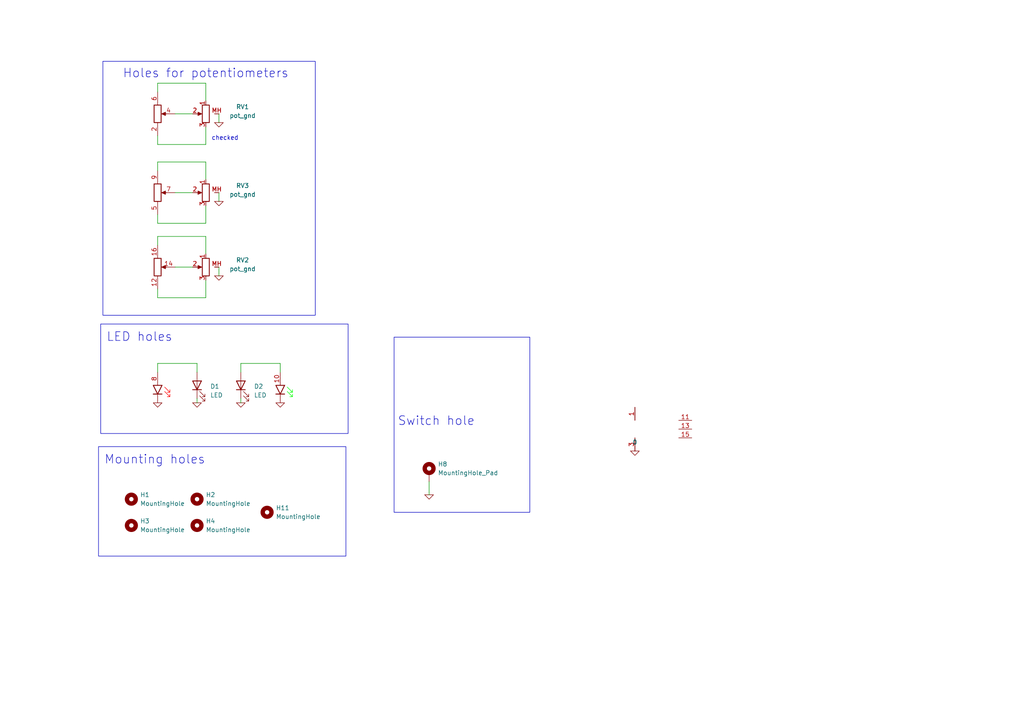
<source format=kicad_sch>
(kicad_sch (version 20250114) (generator "eeschema") (generator_version "9.0")
  (paper "A4")
  (lib_symbols
    (symbol "Device:LED" (pin_numbers (hide yes)) (pin_names (offset 1.016) (hide yes))
      (property "Reference" "D" (at 0 2.54 0))
      (property "Value" "LED" (at 0 -2.54 0))
      (symbol "LED_0_1"
        (polyline (pts (xy -3.048 -0.762) (xy -4.572 -2.286) (xy -3.81 -2.286) (xy -4.572 -2.286) (xy -4.572 -1.524)))
        (polyline (pts (xy -1.778 -0.762) (xy -3.302 -2.286) (xy -2.54 -2.286) (xy -3.302 -2.286) (xy -3.302 -1.524)))
        (polyline (pts (xy -1.27 0) (xy 1.27 0)))
        (polyline (pts (xy -1.27 -1.27) (xy -1.27 1.27)) (stroke (width 0.254)))
        (polyline (pts (xy 1.27 -1.27) (xy 1.27 1.27) (xy -1.27 0) (xy 1.27 -1.27)) (stroke (width 0.254)))
      )
      (symbol "LED_1_1"
        (pin passive line (at -3.81 0 0) (length 2.54) (name "K") (number "1"))
        (pin passive line (at 3.81 0 180) (length 2.54) (name "A") (number "2"))
      )
    )
    (symbol "Mechanical:MountingHole" (pin_names (offset 1.016)) (exclude_from_sim yes) (in_bom no)
      (property "Reference" "H" (at 0 5.08 0))
      (property "Value" "MountingHole" (at 0 3.175 0))
      (symbol "MountingHole_0_1"
        (circle (center 0 0) (radius 1.27) (stroke (width 1.27)))
      )
    )
    (symbol "Mechanical:MountingHole_Pad" (pin_numbers (hide yes)) (pin_names (offset 1.016) (hide yes)) (exclude_from_sim yes) (in_bom no)
      (property "Reference" "H" (at 0 6.35 0))
      (property "Value" "MountingHole_Pad" (at 0 4.445 0))
      (symbol "MountingHole_Pad_0_1"
        (circle (center 0 1.27) (radius 1.27) (stroke (width 1.27)))
      )
      (symbol "MountingHole_Pad_1_1"
        (pin input line (at 0 -2.54 90) (length 2.54) (name "1") (number "1"))
      )
    )
    (symbol "Simulation_SPICE:0" (power) (pin_numbers (hide yes)) (pin_names (offset 0) (hide yes))
      (property "Value" "0" (at 0 -2.54 0))
      (symbol "0_0_1"
        (polyline (pts (xy -1.27 0) (xy 0 -1.27) (xy 1.27 0) (xy -1.27 0)))
      )
      (symbol "0_1_1"
        (pin power_in line (at 0 0 0) (length 0) (name "~") (number "1"))
      )
    )
    (symbol "pedale:pot_gnd" (pin_names (offset 1.016) (hide yes))
      (property "Reference" "RV" (at 3.302 3.302 0))
      (property "Value" "pot_gnd" (at 9.652 -2.286 0))
      (symbol "pot_gnd_0_1"
        (rectangle (start 1.016 2.54) (end -1.016 -2.54) (stroke (width 0.254)))
        (polyline (pts (xy 1.143 0) (xy 2.286 0.508) (xy 2.286 -0.508) (xy 1.143 0)) (fill (type outline)))
        (polyline (pts (xy 2.54 0) (xy 1.524 0)))
      )
      (symbol "pot_gnd_1_1"
        (pin passive line (at -3.81 0 0) (length 1.27) (name "2") (number "MH"))
        (pin passive line (at 0 3.81 270) (length 1.27) (name "1") (number "1"))
        (pin passive line (at 0 -3.81 90) (length 1.27) (name "3") (number "3"))
        (pin passive line (at 3.81 0 180) (length 1.27) (name "2") (number "2"))
      )
    )
    (symbol "pedale:top_panel_connector" (pin_names (offset 1.016) (hide yes))
      (symbol "top_panel_connector_1_1"
        (rectangle (start 1.016 2.54) (end -1.016 -2.54) (stroke (width 0.254)))
        (polyline (pts (xy 1.143 0) (xy 2.286 0.508) (xy 2.286 -0.508) (xy 1.143 0)) (fill (type outline)))
        (polyline (pts (xy 2.54 0) (xy 1.524 0)))
        (pin passive line (at 0 6.35 270) (length 3.81) (name "Pin_2") (number "2"))
        (pin passive line (at 0 -6.35 90) (length 3.81) (name "Pin_6") (number "6"))
        (pin passive line (at 5.08 0 180) (length 3.81) (name "Pin_4") (number "4"))
      )
      (symbol "top_panel_connector_2_1"
        (rectangle (start 1.016 2.54) (end -1.016 -2.54) (stroke (width 0.254)))
        (polyline (pts (xy 1.143 0) (xy 2.286 0.508) (xy 2.286 -0.508) (xy 1.143 0)) (fill (type outline)))
        (polyline (pts (xy 2.54 0) (xy 1.524 0)))
        (pin passive line (at 0 6.35 270) (length 3.81) (name "Pin_5") (number "5"))
        (pin passive line (at 0 -6.35 90) (length 3.81) (name "Pin_9") (number "9"))
        (pin passive line (at 5.08 0 180) (length 3.81) (name "Pin_7") (number "7"))
      )
      (symbol "top_panel_connector_3_1"
        (rectangle (start 1.016 2.54) (end -1.016 -2.54) (stroke (width 0.254)))
        (polyline (pts (xy 1.143 0) (xy 2.286 0.508) (xy 2.286 -0.508) (xy 1.143 0)) (fill (type outline)))
        (polyline (pts (xy 2.54 0) (xy 1.524 0)))
        (pin passive line (at 0 6.35 270) (length 3.81) (name "Pin_12") (number "12"))
        (pin passive line (at 0 -6.35 90) (length 3.81) (name "Pin_16") (number "16"))
        (pin passive line (at 5.08 0 180) (length 3.81) (name "Pin_14") (number "14"))
      )
      (symbol "top_panel_connector_4_1"
        (polyline (pts (xy 0 -1.27) (xy 0 -3.81) (xy 1.27 -3.81) (xy 0 -5.08) (xy -1.27 -3.81) (xy 0 -3.81)))
        (polyline (pts (xy 1.27 1.27) (xy -1.27 1.27) (xy 0 -1.27) (xy 1.27 1.27)) (stroke (width 0.254)))
        (polyline (pts (xy 1.27 -1.27) (xy -1.27 -1.27)) (stroke (width 0.254)))
        (polyline (pts (xy 2.032 0.762) (xy 3.556 -0.762) (xy 3.556 0) (xy 3.556 -0.762) (xy 2.794 -0.762)) (stroke (width 0) (color 255 0 0 1)))
        (polyline (pts (xy 2.032 -0.508) (xy 3.556 -2.032) (xy 3.556 -1.27) (xy 3.556 -2.032) (xy 2.794 -2.032)) (stroke (width 0) (color 255 0 0 1)))
        (pin passive line (at 0 5.08 270) (length 3.81) (name "Pin_8") (number "8"))
      )
      (symbol "top_panel_connector_5_1"
        (polyline (pts (xy 0 -1.27) (xy 0 -3.81) (xy 1.27 -3.81) (xy 0 -5.08) (xy -1.27 -3.81) (xy 0 -3.81)))
        (polyline (pts (xy 1.27 1.27) (xy -1.27 1.27) (xy 0 -1.27) (xy 1.27 1.27)) (stroke (width 0.254)))
        (polyline (pts (xy 1.27 -1.27) (xy -1.27 -1.27)) (stroke (width 0.254)))
        (polyline (pts (xy 2.032 0.762) (xy 3.556 -0.762) (xy 3.556 0) (xy 3.556 -0.762) (xy 2.794 -0.762)) (stroke (width 0) (color 0 255 0 1)))
        (polyline (pts (xy 2.032 -0.508) (xy 3.556 -2.032) (xy 3.556 -1.27) (xy 3.556 -2.032) (xy 2.794 -2.032)) (stroke (width 0) (color 0 255 0 1)))
        (pin passive line (at 0 5.08 270) (length 3.81) (name "Pin_10") (number "10"))
      )
      (symbol "top_panel_connector_6_1"
        (pin passive line (at 0 12.7 270) (length 3.81) (name "VCC") (number "1"))
        (pin passive line (at 0 0 90) (length 3.81) (name "GND") (number "3"))
      )
      (symbol "top_panel_connector_7_1"
        (pin passive line (at 0 5.08 0) (length 3.81) (name "Pin_11") (number "11"))
        (pin passive line (at 0 2.54 0) (length 3.81) (name "Pin_13") (number "13"))
        (pin passive line (at 0 0 0) (length 3.81) (name "Pin_15") (number "15"))
      )
    )
  )
  (rectangle (start 29.21 93.98) (end 100.965 125.73))
  (rectangle (start 114.3 97.79) (end 153.67 148.59))
  (rectangle (start 29.845 17.78) (end 91.44 91.44))
  (rectangle (start 28.575 129.54) (end 100.33 161.29))
  (text "Holes for potentiometers\n" (at 35.56 22.86 0) (effects (font (size 2.54 2.54)) (justify left bottom)))
  (text "checked\n" (at 65.278 40.132 0) (effects (font (size 1.27 1.27))))
  (text "LED holes\n" (at 30.861 99.314 0) (effects (font (size 2.54 2.54)) (justify left bottom)))
  (text "Mounting holes\n" (at 30.226 134.874 0) (effects (font (size 2.54 2.54)) (justify left bottom)))
  (text "Switch hole" (at 115.316 123.698 0) (effects (font (size 2.54 2.54)) (justify left bottom)))
  (wire (pts (xy 57.15 116.84) (xy 57.15 115.57)))
  (wire (pts (xy 45.72 107.95) (xy 45.72 105.41)))
  (wire (pts (xy 57.15 105.41) (xy 57.15 107.95)))
  (wire (pts (xy 59.69 24.13) (xy 45.72 24.13)))
  (wire (pts (xy 59.69 86.36) (xy 45.72 86.36)))
  (wire (pts (xy 45.72 24.13) (xy 45.72 26.67)))
  (wire (pts (xy 63.5 58.42) (xy 63.5 55.88)))
  (wire (pts (xy 59.69 46.99) (xy 59.69 52.07)))
  (wire (pts (xy 124.46 139.7) (xy 124.46 143.51)))
  (wire (pts (xy 63.5 80.01) (xy 63.5 77.47)))
  (wire (pts (xy 59.69 81.28) (xy 59.69 86.36)))
  (wire (pts (xy 59.69 59.69) (xy 59.69 64.77)))
  (wire (pts (xy 59.69 64.77) (xy 45.72 64.77)))
  (wire (pts (xy 59.69 29.21) (xy 59.69 24.13)))
  (wire (pts (xy 59.69 46.99) (xy 45.72 46.99)))
  (wire (pts (xy 81.28 105.41) (xy 69.85 105.41)))
  (wire (pts (xy 45.72 86.36) (xy 45.72 83.82)))
  (wire (pts (xy 45.72 41.91) (xy 45.72 39.37)))
  (wire (pts (xy 81.28 107.95) (xy 81.28 105.41)))
  (wire (pts (xy 59.69 36.83) (xy 59.69 41.91)))
  (wire (pts (xy 50.8 55.88) (xy 55.88 55.88)))
  (wire (pts (xy 63.5 35.56) (xy 63.5 33.02)))
  (wire (pts (xy 59.69 41.91) (xy 45.72 41.91)))
  (wire (pts (xy 69.85 116.84) (xy 69.85 115.57)))
  (wire (pts (xy 50.8 77.47) (xy 55.88 77.47)))
  (wire (pts (xy 45.72 46.99) (xy 45.72 49.53)))
  (wire (pts (xy 59.69 73.66) (xy 59.69 68.58)))
  (wire (pts (xy 50.8 33.02) (xy 55.88 33.02)))
  (wire (pts (xy 45.72 68.58) (xy 45.72 71.12)))
  (wire (pts (xy 59.69 68.58) (xy 45.72 68.58)))
  (wire (pts (xy 69.85 105.41) (xy 69.85 107.95)))
  (wire (pts (xy 45.72 105.41) (xy 57.15 105.41)))
  (wire (pts (xy 45.72 64.77) (xy 45.72 62.23)))
  (symbol (lib_id "Mechanical:MountingHole") (at 38.1 152.4 0) (unit 1)
    (property "Reference" "H3" (at 40.64 151.13 0) (effects (justify left)))
    (property "Value" "MountingHole" (at 40.64 153.67 0) (effects (justify left)))
    (property "Footprint" "MountingHole:MountingHole_3.2mm_M3_DIN965_Pad_TopBottom" (effects (hide yes)))
    (property "Description" "Mounting Hole without connection" (effects (hide yes)))
  )
  (symbol (lib_id "pedale:top_panel_connector") (at 45.72 55.88 0) (mirror x) (unit 2)
    (property "Reference" "J1" (effects (hide yes)))
    (property "Value" "top_panel_connector" (effects (hide yes)))
    (property "Footprint" "Connector_IDC:IDC-Header_2x08_P2.54mm_Vertical" (effects (hide yes)))
  )
  (symbol (lib_id "Simulation_SPICE:0") (at 63.5 58.42 0) (unit 1)
    (property "Reference" "#GND08" (effects (hide yes)))
    (property "Value" "0" (effects (hide yes)))
    (property "Datasheet" "https://ngspice.sourceforge.io/docs/ngspice-html-manual/manual.xhtml#subsec_Circuit_elements__device" (effects (hide yes)))
    (property "Description" "0V reference potential for simulation" (effects (hide yes)))
  )
  (symbol (lib_id "pedale:top_panel_connector") (at 184.15 130.81 0) (unit 6)
    (property "Reference" "J1" (effects (hide yes)))
    (property "Value" "top_panel_connector" (effects (hide yes)))
    (property "Footprint" "Connector_IDC:IDC-Header_2x08_P2.54mm_Vertical" (effects (hide yes)))
  )
  (symbol (lib_id "Simulation_SPICE:0") (at 124.46 143.51 0) (unit 1)
    (property "Reference" "#GND04" (effects (hide yes)))
    (property "Value" "0" (effects (hide yes)))
    (property "Datasheet" "https://ngspice.sourceforge.io/docs/ngspice-html-manual/manual.xhtml#subsec_Circuit_elements__device" (effects (hide yes)))
    (property "Description" "0V reference potential for simulation" (effects (hide yes)))
  )
  (symbol (lib_id "Mechanical:MountingHole") (at 57.15 144.78 0) (unit 1)
    (property "Reference" "H2" (at 59.69 143.51 0) (effects (justify left)))
    (property "Value" "MountingHole" (at 59.69 146.05 0) (effects (justify left)))
    (property "Footprint" "MountingHole:MountingHole_3.2mm_M3_DIN965_Pad_TopBottom" (effects (hide yes)))
    (property "Description" "Mounting Hole without connection" (effects (hide yes)))
  )
  (symbol (lib_id "Simulation_SPICE:0") (at 69.85 116.84 0) (unit 1)
    (property "Reference" "#GND06" (effects (hide yes)))
    (property "Value" "0" (effects (hide yes)))
    (property "Datasheet" "https://ngspice.sourceforge.io/docs/ngspice-html-manual/manual.xhtml#subsec_Circuit_elements__device" (effects (hide yes)))
    (property "Description" "0V reference potential for simulation" (effects (hide yes)))
  )
  (symbol (lib_id "Simulation_SPICE:0") (at 63.5 35.56 0) (unit 1)
    (property "Reference" "#GND09" (effects (hide yes)))
    (property "Value" "0" (effects (hide yes)))
    (property "Datasheet" "https://ngspice.sourceforge.io/docs/ngspice-html-manual/manual.xhtml#subsec_Circuit_elements__device" (effects (hide yes)))
    (property "Description" "0V reference potential for simulation" (effects (hide yes)))
  )
  (symbol (lib_id "Device:LED") (at 57.15 111.76 90) (unit 1)
    (property "Reference" "D1" (at 60.96 112.0774 90) (effects (justify right)))
    (property "Value" "LED" (at 60.96 114.6174 90) (effects (justify right)))
    (property "Footprint" "pedale:red_led" (effects (hide yes)))
    (property "Description" "Light emitting diode" (effects (hide yes)))
    (property "Sim.Pins" "1=K 2=A" (effects (hide yes)))
  )
  (symbol (lib_id "pedale:top_panel_connector") (at 81.28 113.03 0) (unit 5)
    (property "Reference" "J1" (effects (hide yes)))
    (property "Value" "top_panel_connector" (effects (hide yes)))
    (property "Footprint" "Connector_IDC:IDC-Header_2x08_P2.54mm_Vertical" (effects (hide yes)))
  )
  (symbol (lib_id "Mechanical:MountingHole") (at 38.1 144.78 0) (unit 1)
    (property "Reference" "H1" (at 40.64 143.51 0) (effects (justify left)))
    (property "Value" "MountingHole" (at 40.64 146.05 0) (effects (justify left)))
    (property "Footprint" "MountingHole:MountingHole_3.2mm_M3_DIN965_Pad_TopBottom" (effects (hide yes)))
    (property "Description" "Mounting Hole without connection" (effects (hide yes)))
  )
  (symbol (lib_id "pedale:pot_gnd") (at 59.69 77.47 0) (mirror y) (unit 1)
    (property "Reference" "RV2" (at 70.358 75.438 0))
    (property "Value" "pot_gnd" (at 70.358 77.978 0))
    (property "Footprint" "pedale:top_plate_pot" (effects (hide yes)))
    (property "Description" "Potentiometer" (effects (hide yes)))
  )
  (symbol (lib_id "Simulation_SPICE:0") (at 184.15 130.81 0) (unit 1)
    (property "Reference" "#GND01" (effects (hide yes)))
    (property "Value" "0" (at 184.15 128.27 0))
    (property "Datasheet" "https://ngspice.sourceforge.io/docs/ngspice-html-manual/manual.xhtml#subsec_Circuit_elements__device" (effects (hide yes)))
    (property "Description" "0V reference potential for simulation" (effects (hide yes)))
  )
  (symbol (lib_id "pedale:top_panel_connector") (at 45.72 33.02 0) (mirror x) (unit 1)
    (property "Reference" "J1" (effects (hide yes)))
    (property "Value" "top_panel_connector" (effects (hide yes)))
    (property "Footprint" "Connector_IDC:IDC-Header_2x08_P2.54mm_Vertical" (effects (hide yes)))
  )
  (symbol (lib_id "Device:LED") (at 69.85 111.76 90) (unit 1)
    (property "Reference" "D2" (at 73.66 112.0774 90) (effects (justify right)))
    (property "Value" "LED" (at 73.66 114.6174 90) (effects (justify right)))
    (property "Footprint" "pedale:green_led" (effects (hide yes)))
    (property "Description" "Light emitting diode" (effects (hide yes)))
    (property "Sim.Pins" "1=K 2=A" (effects (hide yes)))
  )
  (symbol (lib_id "Simulation_SPICE:0") (at 57.15 116.84 0) (unit 1)
    (property "Reference" "#GND05" (effects (hide yes)))
    (property "Value" "0" (effects (hide yes)))
    (property "Datasheet" "https://ngspice.sourceforge.io/docs/ngspice-html-manual/manual.xhtml#subsec_Circuit_elements__device" (effects (hide yes)))
    (property "Description" "0V reference potential for simulation" (effects (hide yes)))
  )
  (symbol (lib_id "Mechanical:MountingHole") (at 57.15 152.4 0) (unit 1)
    (property "Reference" "H4" (at 59.69 151.13 0) (effects (justify left)))
    (property "Value" "MountingHole" (at 59.69 153.67 0) (effects (justify left)))
    (property "Footprint" "MountingHole:MountingHole_3.2mm_M3_DIN965_Pad_TopBottom" (effects (hide yes)))
    (property "Description" "Mounting Hole without connection" (effects (hide yes)))
  )
  (symbol (lib_id "pedale:top_panel_connector") (at 45.72 113.03 0) (unit 4)
    (property "Reference" "J1" (effects (hide yes)))
    (property "Value" "top_panel_connector" (effects (hide yes)))
    (property "Footprint" "Connector_IDC:IDC-Header_2x08_P2.54mm_Vertical" (effects (hide yes)))
  )
  (symbol (lib_id "pedale:pot_gnd") (at 59.69 55.88 0) (mirror y) (unit 1)
    (property "Reference" "RV3" (at 70.358 53.848 0))
    (property "Value" "pot_gnd" (at 70.358 56.388 0))
    (property "Footprint" "pedale:top_plate_pot" (effects (hide yes)))
    (property "Description" "Potentiometer" (effects (hide yes)))
  )
  (symbol (lib_id "Simulation_SPICE:0") (at 63.5 80.01 0) (unit 1)
    (property "Reference" "#GND07" (effects (hide yes)))
    (property "Value" "0" (effects (hide yes)))
    (property "Datasheet" "https://ngspice.sourceforge.io/docs/ngspice-html-manual/manual.xhtml#subsec_Circuit_elements__device" (effects (hide yes)))
    (property "Description" "0V reference potential for simulation" (effects (hide yes)))
  )
  (symbol (lib_id "pedale:top_panel_connector") (at 196.85 127 0) (unit 7)
    (property "Reference" "J1" (effects (hide yes)))
    (property "Value" "top_panel_connector" (effects (hide yes)))
    (property "Footprint" "Connector_IDC:IDC-Header_2x08_P2.54mm_Vertical" (effects (hide yes)))
  )
  (symbol (lib_id "Mechanical:MountingHole_Pad") (at 124.46 137.16 0) (unit 1) (in_bom no)
    (property "Reference" "H8" (at 127 134.6199 0) (effects (justify left)))
    (property "Value" "MountingHole_Pad" (at 127 137.1599 0) (effects (justify left)))
    (property "Footprint" "pedale:plated_switch_hole" (effects (hide yes)))
    (property "Description" "Mounting Hole with connection" (effects (hide yes)))
  )
  (symbol (lib_id "Mechanical:MountingHole") (at 77.47 148.59 0) (unit 1)
    (property "Reference" "H11" (at 80.01 147.32 0) (effects (justify left)))
    (property "Value" "MountingHole" (at 80.01 149.86 0) (effects (justify left)))
    (property "Footprint" "MountingHole:MountingHole_3.2mm_M3_DIN965_Pad_TopBottom" (effects (hide yes)))
    (property "Description" "Mounting Hole without connection" (effects (hide yes)))
  )
  (symbol (lib_id "pedale:pot_gnd") (at 59.69 33.02 0) (mirror y) (unit 1)
    (property "Reference" "RV1" (at 70.358 30.988 0))
    (property "Value" "pot_gnd" (at 70.358 33.528 0))
    (property "Footprint" "pedale:top_plate_pot" (effects (hide yes)))
    (property "Description" "Potentiometer" (effects (hide yes)))
  )
  (symbol (lib_id "pedale:top_panel_connector") (at 45.72 77.47 0) (mirror x) (unit 3)
    (property "Reference" "J1" (effects (hide yes)))
    (property "Value" "top_panel_connector" (effects (hide yes)))
    (property "Footprint" "Connector_IDC:IDC-Header_2x08_P2.54mm_Vertical" (effects (hide yes)))
  )
)
</source>
